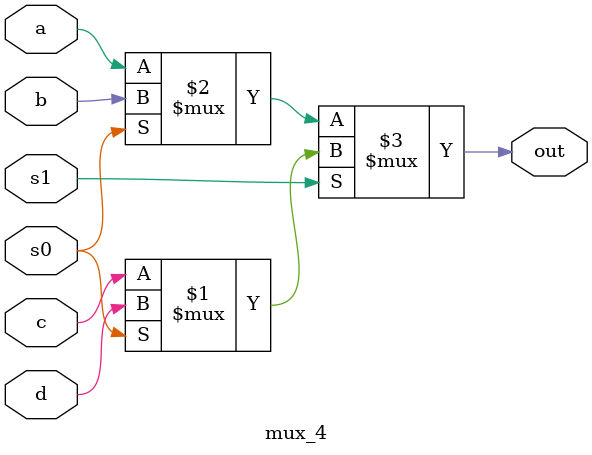
<source format=v>
module mux_4(	// file.cleaned.mlir:2:3
  input  a,	// file.cleaned.mlir:2:23
         b,	// file.cleaned.mlir:2:35
         c,	// file.cleaned.mlir:2:47
         d,	// file.cleaned.mlir:2:59
         s0,	// file.cleaned.mlir:2:71
         s1,	// file.cleaned.mlir:2:84
  output out	// file.cleaned.mlir:2:98
);

  assign out = s1 ? (s0 ? d : c) : s0 ? b : a;	// file.cleaned.mlir:3:10, :4:10, :5:10, :6:5
endmodule


</source>
